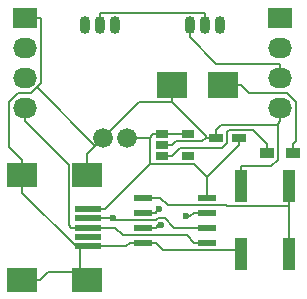
<source format=gbr>
G04 #@! TF.FileFunction,Copper,L1,Top,Signal*
%FSLAX46Y46*%
G04 Gerber Fmt 4.6, Leading zero omitted, Abs format (unit mm)*
G04 Created by KiCad (PCBNEW (2015-11-19 BZR 6326, Git 08d9b36)-product) date Sun 22 Nov 2015 09:39:14 PM EST*
%MOMM*%
G01*
G04 APERTURE LIST*
%ADD10C,0.100000*%
%ADD11R,1.200000X0.750000*%
%ADD12R,1.200000X0.900000*%
%ADD13R,1.550000X0.600000*%
%ADD14R,2.032000X1.727200*%
%ADD15O,2.032000X1.727200*%
%ADD16R,2.301240X0.500380*%
%ADD17R,2.499360X1.998980*%
%ADD18O,0.899160X1.501140*%
%ADD19R,1.000000X2.750000*%
%ADD20R,1.060000X0.650000*%
%ADD21C,1.676400*%
%ADD22R,2.499360X2.301240*%
%ADD23C,0.600000*%
%ADD24C,0.200000*%
G04 APERTURE END LIST*
D10*
D11*
X30292000Y-24257000D03*
X32192000Y-24257000D03*
D12*
X34587000Y-25527000D03*
X36787000Y-25527000D03*
D13*
X24097000Y-29337000D03*
X24097000Y-30607000D03*
X24097000Y-31877000D03*
X24097000Y-33147000D03*
X29497000Y-33147000D03*
X29497000Y-31877000D03*
X29497000Y-30607000D03*
X29497000Y-29337000D03*
D14*
X14097000Y-14097000D03*
D15*
X14097000Y-16637000D03*
X14097000Y-19177000D03*
X14097000Y-21717000D03*
D14*
X35687000Y-14097000D03*
D15*
X35687000Y-16637000D03*
X35687000Y-19177000D03*
X35687000Y-21717000D03*
D16*
X19451320Y-30276800D03*
X19451320Y-31076900D03*
X19451320Y-31877000D03*
X19451320Y-32677100D03*
X19451320Y-33477200D03*
D17*
X19352260Y-27426920D03*
X13853160Y-27426920D03*
X19352260Y-36327080D03*
X13853160Y-36327080D03*
D18*
X20447000Y-14732000D03*
X19177000Y-14732000D03*
X21717000Y-14732000D03*
X29337000Y-14732000D03*
X28067000Y-14732000D03*
X30607000Y-14732000D03*
D19*
X32417000Y-28367000D03*
X32417000Y-34117000D03*
X36417000Y-34117000D03*
X36417000Y-28367000D03*
D20*
X25697000Y-23942000D03*
X25697000Y-24892000D03*
X25697000Y-25842000D03*
X27897000Y-25842000D03*
X27897000Y-23942000D03*
D21*
X22715220Y-24257000D03*
X20718780Y-24257000D03*
D22*
X26553160Y-19812000D03*
X30850840Y-19812000D03*
D23*
X25436400Y-30269300D03*
X25593300Y-31689800D03*
X21545600Y-31076900D03*
X27762800Y-30941800D03*
D24*
X27897000Y-23942000D02*
X25697000Y-23942000D01*
X19451300Y-30276800D02*
X20902200Y-30276800D01*
X32192000Y-24257000D02*
X32192000Y-24932300D01*
X29497000Y-27578100D02*
X29497000Y-29337000D01*
X29546200Y-27578100D02*
X32192000Y-24932300D01*
X29497000Y-27578100D02*
X29546200Y-27578100D01*
X20447000Y-13681100D02*
X29337000Y-13681100D01*
X20447000Y-14732000D02*
X20447000Y-13681100D01*
X29337000Y-14732000D02*
X29337000Y-13681100D01*
X20902200Y-30276800D02*
X24693300Y-26485700D01*
X28404600Y-26485700D02*
X29497000Y-27578100D01*
X24693300Y-26485700D02*
X28404600Y-26485700D01*
X22715200Y-24257000D02*
X24693300Y-24257000D01*
X24866700Y-24083600D02*
X24693300Y-24257000D01*
X24866700Y-23942000D02*
X24866700Y-24083600D01*
X24693300Y-24257000D02*
X24693300Y-26485700D01*
X25697000Y-23942000D02*
X24866700Y-23942000D01*
X24097000Y-33147000D02*
X23021700Y-33147000D01*
X22691500Y-33477200D02*
X19451300Y-33477200D01*
X23021700Y-33147000D02*
X22691500Y-33477200D01*
X24097000Y-33147000D02*
X25172300Y-33147000D01*
X32417000Y-34117000D02*
X32417000Y-33279300D01*
X25772600Y-33747300D02*
X25172300Y-33147000D01*
X31949000Y-33747300D02*
X25772600Y-33747300D01*
X32417000Y-33279300D02*
X31949000Y-33747300D01*
X19352300Y-36327100D02*
X19352300Y-35677200D01*
X13853200Y-36327100D02*
X15403200Y-36327100D01*
X19451300Y-33477200D02*
X18725900Y-33477200D01*
X19352300Y-35677200D02*
X18725900Y-35677200D01*
X16053100Y-35677200D02*
X15403200Y-36327100D01*
X18725900Y-35677200D02*
X16053100Y-35677200D01*
X25697000Y-24892000D02*
X26527300Y-24892000D01*
X30292000Y-24257000D02*
X29391700Y-24257000D01*
X26851900Y-24567400D02*
X26527300Y-24892000D01*
X29081300Y-24567400D02*
X26851900Y-24567400D01*
X29391700Y-24257000D02*
X29081300Y-24567400D01*
X30292000Y-24257000D02*
X30292000Y-23581700D01*
X14097000Y-14097000D02*
X15413300Y-14097000D01*
X13853200Y-27426900D02*
X13853200Y-26127100D01*
X18725900Y-33477200D02*
X18725900Y-35677200D01*
X13853200Y-28922300D02*
X13853200Y-27426900D01*
X18408100Y-33477200D02*
X13853200Y-28922300D01*
X18725900Y-33477200D02*
X18408100Y-33477200D01*
X19352300Y-25623500D02*
X20035600Y-24940200D01*
X19352300Y-27426900D02*
X19352300Y-25623500D01*
X20035600Y-24940200D02*
X15093400Y-19997900D01*
X15413300Y-19678000D02*
X15093400Y-19997900D01*
X15413300Y-14097000D02*
X15413300Y-19678000D01*
X12758000Y-25031900D02*
X13853200Y-26127100D01*
X12758000Y-21213700D02*
X12758000Y-25031900D01*
X13524700Y-20447000D02*
X12758000Y-21213700D01*
X14644300Y-20447000D02*
X13524700Y-20447000D01*
X15093400Y-19997900D02*
X14644300Y-20447000D01*
X29391700Y-24101400D02*
X29391700Y-24257000D01*
X26553200Y-21262900D02*
X29391700Y-24101400D01*
X26553200Y-19812000D02*
X26553200Y-21262900D01*
X20035600Y-24940200D02*
X20718800Y-24257000D01*
X23712900Y-21262900D02*
X26553200Y-21262900D01*
X20718800Y-24257000D02*
X23712900Y-21262900D01*
X32417000Y-28367000D02*
X32417000Y-26691700D01*
X30699900Y-23173800D02*
X35487400Y-23173800D01*
X30292000Y-23581700D02*
X30699900Y-23173800D01*
X35487400Y-23080500D02*
X35487400Y-23173800D01*
X35687000Y-22880900D02*
X35487400Y-23080500D01*
X34950500Y-26691700D02*
X32417000Y-26691700D01*
X35487400Y-26154800D02*
X34950500Y-26691700D01*
X35487400Y-23173800D02*
X35487400Y-26154800D01*
X35687000Y-21717000D02*
X35687000Y-22880900D01*
X33391900Y-23581600D02*
X34587000Y-24776700D01*
X31412600Y-23581600D02*
X33391900Y-23581600D01*
X31192400Y-23801800D02*
X31412600Y-23581600D01*
X31192400Y-24756300D02*
X31192400Y-23801800D01*
X30787200Y-25161500D02*
X31192400Y-24756300D01*
X27207800Y-25161500D02*
X30787200Y-25161500D01*
X26527300Y-25842000D02*
X27207800Y-25161500D01*
X25697000Y-25842000D02*
X26527300Y-25842000D01*
X34587000Y-25527000D02*
X34587000Y-24776700D01*
X37034300Y-24529400D02*
X36787000Y-24776700D01*
X37034300Y-21222000D02*
X37034300Y-24529400D01*
X36259300Y-20447000D02*
X37034300Y-21222000D01*
X33035800Y-20447000D02*
X36259300Y-20447000D01*
X32400800Y-19812000D02*
X33035800Y-20447000D01*
X30850800Y-19812000D02*
X32400800Y-19812000D01*
X36787000Y-25527000D02*
X36787000Y-24776700D01*
X25543400Y-29337000D02*
X24097000Y-29337000D01*
X26213000Y-30006600D02*
X25543400Y-29337000D01*
X31140100Y-30006600D02*
X26213000Y-30006600D01*
X31201800Y-30068300D02*
X31140100Y-30006600D01*
X36417000Y-30068300D02*
X31201800Y-30068300D01*
X36417000Y-28367000D02*
X36417000Y-30068300D01*
X36417000Y-30068300D02*
X36417000Y-34117000D01*
X25172300Y-30533400D02*
X25172300Y-30607000D01*
X25436400Y-30269300D02*
X25172300Y-30533400D01*
X24097000Y-30607000D02*
X25172300Y-30607000D01*
X25359500Y-31689800D02*
X25172300Y-31877000D01*
X25593300Y-31689800D02*
X25359500Y-31689800D01*
X24097000Y-31877000D02*
X25172300Y-31877000D01*
X29497000Y-33147000D02*
X28421700Y-33147000D01*
X21718700Y-31877000D02*
X19451300Y-31877000D01*
X22388400Y-32546700D02*
X21718700Y-31877000D01*
X27821400Y-32546700D02*
X22388400Y-32546700D01*
X28421700Y-33147000D02*
X27821400Y-32546700D01*
X17802200Y-26586100D02*
X14097000Y-22880900D01*
X17802200Y-31678800D02*
X17802200Y-26586100D01*
X18000400Y-31877000D02*
X17802200Y-31678800D01*
X19451300Y-31877000D02*
X18000400Y-31877000D01*
X14097000Y-21717000D02*
X14097000Y-22880900D01*
X29497000Y-31877000D02*
X28421700Y-31877000D01*
X19451300Y-31076900D02*
X20902200Y-31076900D01*
X20902200Y-31076900D02*
X21545600Y-31076900D01*
X26703500Y-31877000D02*
X28421700Y-31877000D01*
X25916000Y-31089500D02*
X26703500Y-31877000D01*
X25344700Y-31089500D02*
X25916000Y-31089500D01*
X25157500Y-31276700D02*
X25344700Y-31089500D01*
X21745400Y-31276700D02*
X25157500Y-31276700D01*
X21545600Y-31076900D02*
X21745400Y-31276700D01*
X28086900Y-30941800D02*
X28421700Y-30607000D01*
X27762800Y-30941800D02*
X28086900Y-30941800D01*
X29497000Y-30607000D02*
X28421700Y-30607000D01*
X30297200Y-18013100D02*
X35687000Y-18013100D01*
X28067000Y-15782900D02*
X30297200Y-18013100D01*
X28067000Y-14732000D02*
X28067000Y-15782900D01*
X35687000Y-19177000D02*
X35687000Y-18013100D01*
M02*

</source>
